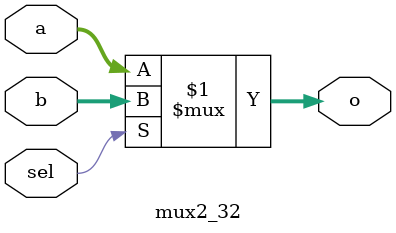
<source format=v>

module mux2_32(sel,a,b,o);

	input wire sel;
	input wire [31:0] a,b;
	output [31:0] o;
	
	assign o = sel ? b : a;
	
endmodule
</source>
